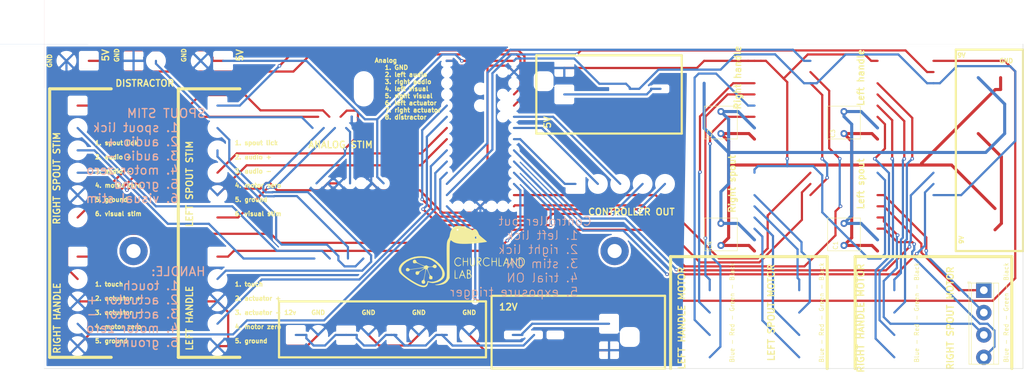
<source format=kicad_pcb>
(kicad_pcb (version 20240108) (generator "pcbnew") (generator_version "8.0")
  (layers (0 "F.Cu" signal) (31 "B.Cu" signal) (34 "B.Paste" user) (35 "F.Paste" user) (36 "B.SilkS" user "B.Silkscreen") (37 "F.SilkS" user "F.Silkscreen") (38 "B.Mask" user) (39 "F.Mask" user) (44 "Edge.Cuts" user))
  (net 0 "")
  (net 1 "+12V")
  (net 2 "GND")
  (net 3 "+5V")
  (net 4 "GND1")
  (net 5 "+9V")
  (net 6 "Net-(J2-Pad8)")
  (net 7 "Net-(HandleL-ToMotor1-Pad4)")
  (net 8 "Net-(HandleL-ToMotor1-Pad3)")
  (net 9 "Net-(HandleL-ToMotor1-Pad2)")
  (net 10 "Net-(HandleL-ToMotor1-Pad1)")
  (net 11 "Net-(HandleR-ToMotor1-Pad4)")
  (net 12 "Net-(HandleR-ToMotor1-Pad3)")
  (net 13 "Net-(HandleR-ToMotor1-Pad2)")
  (net 14 "Net-(HandleR-ToMotor1-Pad1)")
  (net 15 "Net-(J2-Pad6)")
  (net 16 "Net-(J2-Pad2)")
  (net 17 "Net-(J2-Pad7)")
  (net 18 "Net-(J2-Pad4)")
  (net 19 "Net-(J2-Pad5)")
  (net 20 "Net-(J2-Pad3)")
  (net 21 "Net-(MC-LeverL1-Pad16)")
  (net 22 "Net-(MC-LeverL1-Pad15)")
  (net 23 "Net-(MC-LeverR1-Pad16)")
  (net 24 "Net-(MC-LeverR1-Pad15)")
  (net 25 "Net-(MC-SpoutL1-Pad16)")
  (net 26 "Net-(MC-SpoutL1-Pad15)")
  (net 27 "Net-(MC-SpoutL1-Pad6)")
  (net 28 "Net-(MC-SpoutL1-Pad5)")
  (net 29 "Net-(MC-SpoutL1-Pad4)")
  (net 30 "Net-(MC-SpoutL1-Pad3)")
  (net 31 "Net-(MC-SpoutR1-Pad16)")
  (net 32 "Net-(MC-SpoutR1-Pad15)")
  (net 33 "Net-(MC-SpoutR1-Pad6)")
  (net 34 "Net-(MC-SpoutR1-Pad5)")
  (net 35 "Net-(MC-SpoutR1-Pad4)")
  (net 36 "Net-(MC-SpoutR1-Pad3)")
  (net 37 "Net-(SoundVisionL1-Pad4)")
  (net 38 "Net-(SoundVisionL1-Pad3)")
  (net 39 "Net-(SoundVisionL1-Pad2)")
  (net 40 "Net-(SoundVisionL1-Pad1)")
  (net 41 "Net-(SoundVisionR1-Pad4)")
  (net 42 "Net-(SoundVisionR1-Pad3)")
  (net 43 "Net-(SoundVisionR1-Pad2)")
  (net 44 "Net-(SoundVisionR1-Pad1)")
  (net 45 "Net-(U1-Pad5)")
  (net 46 "Net-(U1-Pad6)")
  (net 47 "Net-(U1-Pad28)")
  (net 48 "Net-(U1-Pad27)")
  (net 49 "Net-(U1-Pad26)")
  (net 50 "Net-(ToHandleL1-Pad4)")
  (net 51 "Net-(ToHandleL1-Pad1)")
  (net 52 "Net-(ToHandleR1-Pad4)")
  (net 53 "Net-(ToHandleR1-Pad1)")
  (net 54 "Net-(12V1-Pad1)")
  (net 55 "Net-(5V1-Pad1)")
  (net 56 "Net-(9V1-Pad1)")
  (footprint "MountingHole:MountingHole_3.2mm_M3_Pad" (layer "F.Cu") (at 129.5409 46.99)
    (property "Reference" "mount2" (hide yes))
    (property "Value" "MountingHole_3.2mm_M3_Pad")
  )
  (footprint "Capacitor_THT:C_Rect_L7.2mm_W7.2mm_P5.00mm_FKS2_FKP2_MKS2_MKP2" (layer "F.Cu") (at 181.6109 45.72 90)
    (property "Reference" "C1")
    (property "Value" "100 uF")
  )
  (footprint "Capacitor_THT:C_Rect_L7.2mm_W7.2mm_P5.00mm_FKS2_FKP2_MKS2_MKP2" (layer "F.Cu") (at 153.6709 20.32 90)
    (property "Reference" "C2")
    (property "Value" "100 uF")
  )
  (footprint "Capacitor_THT:C_Rect_L7.2mm_W7.2mm_P5.00mm_FKS2_FKP2_MKS2_MKP2" (layer "F.Cu") (at 181.6109 20.32 90)
    (property "Reference" "C3")
    (property "Value" "100 uF")
  )
  (footprint "Capacitor_THT:C_Rect_L7.2mm_W7.2mm_P5.00mm_FKS2_FKP2_MKS2_MKP2" (layer "F.Cu") (at 153.6709 45.72 90)
    (property "Reference" "C4")
    (property "Value" "100 uF")
  )
  (footprint "teensy:TerminalBlock_TE_282825-4_1x04_P5.08mm_Horizontal" (layer "F.Cu") (at 213.3609 55.88 -90)
    (property "Reference" "SpoutR-ToMotor1" (hide yes))
    (property "Value" "Screw_Terminal_01x04")
  )
  (footprint "teensy:churchland_lab_logo" (layer "F.Cu") (at 95.2509 48.26)
    (property "Reference" "G***" (hide yes))
    (property "Value" "LOGO" (hide yes))
  )
  (footprint "MountingHole:MountingHole_3.2mm_M3_Pad" (layer "F.Cu") (at 20.3209 46.99)
    (property "Reference" "mount1" (hide yes))
    (property "Value" "MountingHole_3.2mm_M3_Pad")
  )
  (gr_line (start 15.2409 71.12) (end 1.2709 71.12) (stroke (width 0.7)) (layer "F.SilkS"))
  (gr_line (start 1.2709 10.16) (end 15.2409 10.16) (stroke (width 0.7)) (layer "F.SilkS"))
  (gr_line (start 1.2709 71.12) (end 1.2709 10.16) (stroke (width 0.7)) (layer "F.SilkS"))
  (gr_line (start 142.2409 73.66) (end 142.2409 48.26) (stroke (width 0.7)) (layer "F.SilkS"))
  (gr_line (start 177.8009 48.26) (end 142.2409 48.26) (stroke (width 0.7)) (layer "F.SilkS"))
  (gr_line (start 177.8009 48.26) (end 177.8009 73.66) (stroke (width 0.7)) (layer "F.SilkS"))
  (gr_line (start 44.4509 71.12) (end 30.4809 71.12) (stroke (width 0.7)) (layer "F.SilkS"))
  (gr_line (start 53.3409 71.12) (end 53.3409 58.42) (stroke (width 0.5)) (layer "F.SilkS"))
  (gr_line (start 101.6009 73.66) (end 101.6009 57.15) (stroke (width 0.5)) (layer "F.SilkS"))
  (gr_line (start 111.7609 2.54) (end 111.7609 20.32) (stroke (width 0.5)) (layer "F.SilkS"))
  (gr_line (start 222.2509 1.27) (end 207.0109 1.27) (stroke (width 0.5)) (layer "F.SilkS"))
  (gr_line (start 101.6009 57.15) (end 140.9709 57.15) (stroke (width 0.5)) (layer "F.SilkS"))
  (gr_line (start 140.9709 73.66) (end 101.6009 73.66) (stroke (width 0.5)) (layer "F.SilkS"))
  (gr_line (start 219.7109 48.26) (end 184.1509 48.26) (stroke (width 0.7)) (layer "F.SilkS"))
  (gr_line (start 222.2509 46.99) (end 222.2509 1.27) (stroke (width 0.5)) (layer "F.SilkS"))
  (gr_line (start 144.7809 2.54) (end 111.7609 2.54) (stroke (width 0.5)) (layer "F.SilkS"))
  (gr_line (start 207.0109 1.27) (end 207.0109 46.99) (stroke (width 0.5)) (layer "F.SilkS"))
  (gr_line (start 100.3309 58.42) (end 100.3309 71.12) (stroke (width 0.5)) (layer "F.SilkS"))
  (gr_line (start 30.4809 10.16) (end 44.4509 10.16) (stroke (width 0.7)) (layer "F.SilkS"))
  (gr_line (start 53.3409 58.42) (end 100.3309 58.42) (stroke (width 0.5)) (layer "F.SilkS"))
  (gr_line (start 219.7109 48.26) (end 219.7109 73.66) (stroke (width 0.7)) (layer "F.SilkS"))
  (gr_line (start 144.7809 20.32) (end 144.7809 2.54) (stroke (width 0.5)) (layer "F.SilkS"))
  (gr_line (start 207.0109 46.99) (end 222.2509 46.99) (stroke (width 0.5)) (layer "F.SilkS"))
  (gr_line (start 111.7609 20.32) (end 144.7809 20.32) (stroke (width 0.5)) (layer "F.SilkS"))
  (gr_line (start 30.4809 71.12) (end 30.4809 10.16) (stroke (width 0.7)) (layer "F.SilkS"))
  (gr_line (start 184.1509 73.66) (end 184.1509 48.26) (stroke (width 0.7)) (layer "F.SilkS"))
  (gr_line (start 140.9709 57.15) (end 140.9709 73.66) (stroke (width 0.5)) (layer "F.SilkS"))
  (gr_line (start 100.3309 71.12) (end 53.3409 71.12) (stroke (width 0.5)) (layer "F.SilkS"))
  (gr_line (start 222.2509 0) (end 222.2509 73.66) (stroke (width 0.1)) (layer "Edge.Cuts"))
  (gr_line (start 0.0009 0) (end 222.2509 0) (stroke (width 0.01)) (layer "Edge.Cuts"))
  (gr_line (start 0.0009 73.66) (end 0.0009 0) (stroke (width 0.01)) (layer "Edge.Cuts"))
  (gr_line (start 222.2509 73.66) (end 0.0009 73.66) (stroke (width 0.1)) (layer "Edge.Cuts"))
  (gr_text "HANDLE:\n    1. touch\n    2. actuator +\n    3. actuator -\n    4. motor zero\n    5. ground" (at 36.8309 59.69 0) (layer "B.SilkS") (effects (font (size 2 2) (thickness 0.3)) (justify left mirror)))
  (gr_text "Controller out\n  1. left lick\n  2. right lick\n  3. stim ON\n  4. trial ON\n  5. exposure trigger" (at 124.4609 48.26 0) (layer "B.SilkS") (effects (font (size 2 2) (thickness 0.2)) (justify left mirror)))
  (gr_text "SPOUT STIM\n    1. spout lick\n    2. audio +\n    3. audio - \n    4. motor zero\n    5. ground\n    6. visual stim" (at 36.8309 25.4 0) (layer "B.SilkS") (effects (font (size 2 2) (thickness 0.3)) (justify left mirror)))
  (gr_text "CONTROLLER OUT" (at 133.3509 38.1 0) (layer "F.SilkS") (effects (font (size 1.5 1.5) (thickness 0.3))))
  (gr_text "Blue - Red - Green - Black" (at 218.4409 60.96 90) (layer "F.SilkS") (effects (font (size 1 1))))
  (gr_text "Blue - Red - Green - Black" (at 156.2109 60.96 90) (layer "F.SilkS") (effects (font (size 1 1))))
  (gr_text "Blue - Red - Green - Black" (at 176.5309 60.96 90) (layer "F.SilkS") (effects (font (size 1 1))))
  (gr_text "1. spout lick\n\n2. audio +\n\n3. audio - \n\n4. motor zero\n\n5. ground\n\n6. visual stim" (at 11.4309 30.48 0) (layer "F.SilkS") (effects (font (size 1 1) (thickness 0.25)) (justify left)))
  (gr_text "1. spout lick\n\n2. audio +\n\n3. audio - \n\n4. motor zero\n\n5. ground\n\n6. visual stim" (at 43.1809 30.48 0) (layer "F.SilkS") (effects (font (size 1 1) (thickness 0.25)) (justify left)))
  (gr_text "RIGHT SPOUT STIM" (at 2.87618 30.48 90) (layer "F.SilkS") (effects (font (size 1.5 1.5) (thickness 0.3))))
  (gr_text "1. touch\n\n2. actuator +\n\n3. actuator -\n\n4. motor zero\n\n5. ground" (at 43.1809 60.96 0) (layer "F.SilkS") (effects (font (size 1 1) (thickness 0.25)) (justify left)))
  (gr_text "1. touch\n\n2. actuator +\n\n3. actuator -\n\n4. motor zero\n\n5. ground" (at 11.4309 60.96 0) (layer "F.SilkS") (effects (font (size 1 1) (thickness 0.25)) (justify left)))
  (gr_text "5V" (at 114.3009 17.78 90) (layer "F.SilkS") (effects (font (size 1.5 1.5) (thickness 0.3))))
  (gr_text "5V" (at 44.4509 2.54 90) (layer "F.SilkS") (effects (font (size 1.5 1.5) (thickness 0.3))))
  (gr_text "GND" (at 96.5209 60.96 0) (layer "F.SilkS") (effects (font (size 1 1) (thickness 0.25))))
  (gr_text "9V" (at 208.2809 2.54 0) (layer "F.SilkS") (effects (font (size 1 1) (thickness 0.25))))
  (gr_text "GND" (at 218.4409 3.81 0) (layer "F.SilkS") (effects (font (size 1 1) (thickness 0.25))))
  (gr_text "9V" (at 208.2809 44.45 90) (layer "F.SilkS") (effects (font (size 1 1) (thickness 0.25))))
  (gr_text "GND" (at 62.2309 60.96 0) (layer "F.SilkS") (effects (font (size 1 1) (thickness 0.25))))
  (gr_text "RIGHT SPOUT MOTOR" (at 205.7409 62.23 90) (layer "F.SilkS") (effects (font (size 1.5 1.5) (thickness 0.3))))
  (gr_text "LEFT SPOUT STIM" (at 33.0209 31.75 90) (layer "F.SilkS") (effects (font (size 1.5 1.5) (thickness 0.3))))
  (gr_text "Right spout" (at 156.2109 31.75 90) (layer "F.SilkS") (effects (font (size 1.5 1.5) (thickness 0.3))))
  (gr_text "Left spout" (at 185.4209 31.75 90) (layer "F.SilkS") (effects (font (size 1.5 1.5) (thickness 0.3))))
  (gr_text "LEFT SPOUT MOTOR" (at 165.1009 60.96 90) (layer "F.SilkS") (effects (font (size 1.5 1.5) (thickness 0.3))))
  (gr_text "GND" (at 73.6609 60.96 0) (layer "F.SilkS") (effects (font (size 1 1) (thickness 0.25))))
  (gr_text "12V" (at 105.4109 59.69 0) (layer "F.SilkS") (effects (font (size 1.5 1.5) (thickness 0.3))))
  (gr_text "Analog\n   1. GND\n   2. left audio\n   3. right audio\n   4. left visual\n   5. right visual\n   6. left actuator\n   7. right actuator\n   8. distractor\n" (at 74.9309 10.16 0) (layer "F.SilkS") (effects (font (size 1 1) (thickness 0.25)) (justify left)))
  (gr_text "DISTRACTOR" (at 22.8609 8.89 0) (layer "F.SilkS") (effects (font (size 1.5 1.5) (thickness 0.3))))
  (gr_text "Right handle" (at 157.4809 7.62 90) (layer "F.SilkS") (effects (font (size 1.5 1.5) (thickness 0.3))))
  (gr_text "Left handle" (at 185.4209 7.62 90) (layer "F.SilkS") (effects (font (size 1.5 1.5) (thickness 0.3))))
  (gr_text "ANALOG STIM" (at 67.3109 22.86 0) (layer "F.SilkS") (effects (font (size 1.5 1.5) (thickness 0.3))))
  (gr_text "GND" (at 1.2709 3.81 90) (layer "F.SilkS") (effects (font (size 1 1) (thickness 0.25))))
  (gr_text "GND" (at 85.0909 60.96 0) (layer "F.SilkS") (effects (font (size 1 1) (thickness 0.25))))
  (gr_text "Blue - Red - Green - Black" (at 198.1209 60.96 90) (layer "F.SilkS") (effects (font (size 1 1))))
  (gr_text "5V" (at 13.9709 2.54 90) (layer "F.SilkS") (effects (font (size 1.5 1.5) (thickness 0.3))))
  (gr_text "LEFT HANDLE" (at 33.0209 62.23 90) (layer "F.SilkS") (effects (font (size 1.5 1.5) (thickness 0.3))))
  (gr_text "GND" (at 31.7509 2.54 90) (layer "F.SilkS") (effects (font (size 1 1) (thickness 0.25))))
  (gr_text "RIGHT HANDLE" (at 2.95746 62.23 90) (layer "F.SilkS") (effects (font (size 1.5 1.5) (thickness 0.3))))
  (gr_text "RIGHT HANDLE MOTOR" (at 185.4209 62.23 90) (layer "F.SilkS") (effects (font (size 1.5 1.5) (thickness 0.3))))
  (gr_text "12v" (at 55.8809 60.96 0) (layer "F.SilkS") (effects (font (size 1 1) (thickness 0.25))))
  (gr_text "LEFT HANDLE MOTOR\n" (at 144.7809 62.23 90) (layer "F.SilkS") (effects (font (size 1.5 1.5) (thickness 0.3))))
  (gr_text "GND" (at 16.5109 2.54 90) (layer "F.SilkS") (effects (font (size 1 1) (thickness 0.25))))
  (segment (start 0 -10) (end 0 10) (width 0.01) (layer "F.Cu") (net 0))
  (segment (start -10 0) (end 10 0) (width 0.01) (layer "B.Cu") (net 0))
  (segment (start 78.8108 66.04) (end 77.6106 66.04) (width 0.5) (layer "B.Cu") (net 1))
  (segment (start 90.3415 66.04) (end 92.7534 68.4519) (width 0.5) (layer "B.Cu") (net 1))
  (segment (start 78.8108 66.04) (end 78.9115 66.04) (width 0.5) (layer "B.Cu") (net 1))
  (segment (start 81.8615 68.4403) (end 86.6403 68.4403) (width 0.5) (layer "B.Cu") (net 1))
  (segment (start 91.4409 66.04) (end 90.3415 66.04) (width 0.5) (layer "B.Cu") (net 1))
  (segment (start 59.5512 66.7902) (end 59.5512 66.04) (width 0.5) (layer "B.Cu") (net 1))
  (segment (start 108.839 68.4519) (end 111.2509 66.04) (width 0.5) (layer "B.Cu") (net 1))
  (segment (start 69.742 66.04) (end 68.5809 66.04) (width 0.5) (layer "B.Cu") (net 1))
  (segment (start 79.4612 66.04) (end 81.8615 68.4403) (width 0.5) (layer "B.Cu") (net 1))
  (segment (start 72.6314 68.4403) (end 75.2103 68.4403) (width 0.5) (layer "B.Cu") (net 1))
  (segment (start 63.7803 68.4403) (end 61.2013 68.4403) (width 0.5) (layer "B.Cu") (net 1))
  (segment (start 68.5809 66.04) (end 66.1806 66.04) (width 0.5) (layer "B.Cu") (net 1))
  (segment (start 75.2103 68.4403) (end 77.6106 66.04) (width 0.5) (layer "B.Cu") (net 1))
  (segment (start 86.6403 68.4403) (end 89.0406 66.04) (width 0.5) (layer "B.Cu") (net 1))
  (segment (start 61.2013 68.4403) (end 59.5512 66.7902) (width 0.5) (layer "B.Cu") (net 1))
  (segment (start 80.0109 66.04) (end 79.4612 66.04) (width 0.5) (layer "B.Cu") (net 1))
  (segment (start 70.9812 66.04) (end 70.9812 66.7901) (width 0.5) (layer "B.Cu") (net 1))
  (segment (start 57.1509 66.04) (end 59.5512 66.04) (width 0.5) (layer "B.Cu") (net 1))
  (segment (start 90.2408 66.04) (end 89.0406 66.04) (width 0.5) (layer "B.Cu") (net 1))
  (segment (start 66.1806 66.04) (end 63.7803 68.4403) (width 0.5) (layer "B.Cu") (net 1))
  (segment (start 70.9812 66.7901) (end 72.6314 68.4403) (width 0.5) (layer "B.Cu") (net 1))
  (segment (start 69.742 66.04) (end 70.9812 66.04) (width 0.5) (layer "B.Cu") (net 1))
  (segment (start 90.2408 66.04) (end 90.3415 66.04) (width 0.5) (layer "B.Cu") (net 1))
  (segment (start 79.4612 66.04) (end 78.9115 66.04) (width 0.5) (layer "B.Cu") (net 1))
  (segment (start 92.7534 68.4519) (end 108.839 68.4519) (width 0.5) (layer "B.Cu") (net 1))
  (segment (start 189.2309 3.81) (end 187.7806 3.81) (width 0.5) (layer "F.Cu") (net 2))
  (segment (start 50.3976 31.546) (end 49.121 32.8226) (width 0.5) (layer "F.Cu") (net 2))
  (segment (start 163.893 3.81) (end 167.9133 7.8302) (width 0.5) (layer "F.Cu") (net 2))
  (segment (start 39.3709 58.42) (end 10.0825 58.42) (width 0.5) (layer "F.Cu") (net 2))
  (segment (start 118.1109 5.43) (end 148.2409 5.43) (width 0.5) (layer "F.Cu") (net 2))
  (segment (start 76.1462 33.2193) (end 85.3457 33.2193) (width 0.5) (layer "F.Cu") (net 2))
  (segment (start 90.411 38.2846) (end 97.6063 38.2846) (width 0.5) (layer "F.Cu") (net 2))
  (segment (start 96.5209 66.04) (end 99.9809 69.5) (width 0.5) (layer "F.Cu") (net 2))
  (segment (start 85.3457 33.2193) (end 90.411 38.2846) (width 0.5) (layer "F.Cu") (net 2))
  (segment (start 162.7412 3.81) (end 163.893 3.81) (width 0.5) (layer "F.Cu") (net 2))
  (segment (start 41.8018 68.5006) (end 41.8018 60.8509) (width 0.5) (layer "F.Cu") (net 2))
  (segment (start 49.121 32.8226) (end 49.121 32.8227) (width 0.5) (layer "F.Cu") (net 2))
  (segment (start 10.0825 66.1184) (end 7.6209 68.58) (width 0.5) (layer "F.Cu") (net 2))
  (segment (start 85.0909 66.04) (end 82.6905 68.4404) (width 0.5) (layer "F.Cu") (net 2))
  (segment (start 41.8018 68.5006) (end 59.7703 68.5006) (width 0.5) (layer "F.Cu") (net 2))
  (segment (start 173.3838 2.3597) (end 167.9133 7.8302) (width 0.5) (layer "F.Cu") (net 2))
  (segment (start 74.5499 31.623) (end 76.1462 33.2193) (width 0.5) (layer "F.Cu") (net 2))
  (segment (start 106.6809 6.35) (end 105.2305 4.8996) (width 0.5) (layer "F.Cu") (net 2))
  (segment (start 59.7703 68.5006) (end 62.2309 66.04) (width 0.5) (layer "F.Cu") (net 2))
  (segment (start 161.2909 3.81) (end 159.8406 3.81) (width 0.5) (layer "F.Cu") (net 2))
  (segment (start 62.8276 33.1853) (end 52.907 33.1853) (width 0.5) (layer "F.Cu") (net 2))
  (segment (start 149.8609 3.81) (end 159.8406 3.81) (width 0.5) (layer "F.Cu") (net 2))
  (segment (start 161.2909 3.81) (end 162.7412 3.81) (width 0.5) (layer "F.Cu") (net 2))
  (segment (start 167.9133 7.8302) (end 168.7279 8.6449) (width 0.5) (layer "F.Cu") (net 2))
  (segment (start 93.9808 4.8996) (end 92.8912 3.81) (width 0.5) (layer "F.Cu") (net 2))
  (segment (start 40.8382 32.8227) (end 39.3709 34.29) (width 0.5) (layer "F.Cu") (net 2))
  (segment (start 39.3709 68.58) (end 41.7224 68.58) (width 0.5) (layer "F.Cu") (net 2))
  (segment (start 49.121 32.8227) (end 40.8382 32.8227) (width 0.5) (layer "F.Cu") (net 2))
  (segment (start 105.2305 4.8996) (end 100.6801 4.8996) (width 0.5) (layer "F.Cu") (net 2))
  (segment (start 51.2677 31.546) (end 50.3976 31.546) (width 0.5) (layer "F.Cu") (net 2))
  (segment (start 99.0609 36.83) (end 100.6801 35.2108) (width 0.5) (layer "F.Cu") (net 2))
  (segment (start 66.9299 31.623) (end 64.3899 31.623) (width 0.5) (layer "F.Cu") (net 2))
  (segment (start 99.9809 69.5) (end 128.2709 69.5) (width 0.5) (layer "F.Cu") (net 2))
  (segment (start 10.0825 58.42) (end 10.0825 66.1184) (width 0.5) (layer "F.Cu") (net 2))
  (segment (start 91.4409 3.81) (end 92.8912 3.81) (width 0.5) (layer "F.Cu") (net 2))
  (segment (start 41.8018 60.8509) (end 39.3709 58.42) (width 0.5) (layer "F.Cu") (net 2))
  (segment (start 100.6801 4.8996) (end 93.9808 4.8996) (width 0.5) (layer "F.Cu") (net 2))
  (segment (start 52.907 33.1853) (end 51.2677 31.546) (width 0.5) (layer "F.Cu") (net 2))
  (segment (start 82.6905 68.4404) (end 76.0613 68.4404) (width 0.5) (layer "F.Cu") (net 2))
  (segment (start 100.6801 35.2108) (end 100.6801 4.8996) (width 0.5) (layer "F.Cu") (net 2))
  (segment (start 187.7806 3.81) (end 186.3303 2.3597) (width 0.5) (layer "F.Cu") (net 2))
  (segment (start 148.2409 5.43) (end 149.8609 3.81) (width 0.5) (layer "F.Cu") (net 2))
  (segment (start 186.3303 2.3597) (end 173.3838 2.3597) (width 0.5) (layer "F.Cu") (net 2))
  (segment (start 168.7279 8.6449) (end 168.7279 26.035) (width 0.5) (layer "F.Cu") (net 2))
  (segment (start 10.0825 58.42) (end 7.6209 58.42) (width 0.5) (layer "F.Cu") (net 2))
  (segment (start 64.3899 31.623) (end 62.8276 33.1853) (width 0.5) (layer "F.Cu") (net 2))
  (segment (start 41.7224 68.58) (end 41.8018 68.5006) (width 0.5) (layer "F.Cu") (net 2))
  (segment (start 97.6063 38.2846) (end 99.0609 36.83) (width 0.5) (layer "F.Cu") (net 2))
  (segment (start 76.0613 68.4404) (end 73.6609 66.04) (width 0.5) (layer "F.Cu") (net 2))
  (via (at 168.7279 26.035) (size 0.8) (drill 0.4) (layers "F.Cu" "B.Cu") (net 2))
  (segment (start 5.2129 56.012) (end 7.6209 58.42) (width 0.5) (layer "B.Cu") (net 2))
  (segment (start 68.4695 33.1626) (end 72.7295 33.1626) (width 0.5) (layer "B.Cu") (net 2))
  (segment (start 69.8509 16.51) (end 69.8509 17.9103) (width 0.5) (layer "B.Cu") (net 2))
  (segment (start 190.9295 47.6344) (end 189.8692 48.6947) (width 0.5) (layer "B.Cu") (net 2))
  (segment (start 74.2691 31.623) (end 74.5499 31.623) (width 0.5) (layer "B.Cu") (net 2))
  (segment (start 174.606 27.7131) (end 168.7279 27.7131) (width 0.5) (layer "B.Cu") (net 2))
  (segment (start 176.6781 38.2017) (end 176.6781 29.7852) (width 0.5) (layer "B.Cu") (net 2))
  (segment (start 71.2605 63.6396) (end 64.6313 63.6396) (width 0.5) (layer "B.Cu") (net 2))
  (segment (start 85.0909 66.04) (end 87.4913 63.6396) (width 0.5) (layer "B.Cu") (net 2))
  (segment (start 64.6313 63.6396) (end 62.2309 66.04) (width 0.5) (layer "B.Cu") (net 2))
  (segment (start 106.6809 6.35) (end 107.6009 5.43) (width 0.5) (layer "B.Cu") (net 2))
  (segment (start 20.3209 3.81) (end 22.7212 3.81) (width 0.5) (layer "B.Cu") (net 2))
  (segment (start 69.8509 17.9103) (end 74.2691 22.3285) (width 0.5) (layer "B.Cu") (net 2))
  (segment (start 72.7295 33.1626) (end 74.2691 31.623) (width 0.5) (layer "B.Cu") (net 2))
  (segment (start 99.0609 36.83) (end 99.0609 58.6992) (width 0.5) (layer "B.Cu") (net 2))
  (segment (start 7.6209 34.29) (end 5.2129 36.698) (width 0.5) (layer "B.Cu") (net 2))
  (segment (start 33.1605 1.4096) (end 35.5609 3.81) (width 0.5) (layer "B.Cu") (net 2))
  (segment (start 94.1205 63.6396) (end 96.5209 66.04) (width 0.5) (layer "B.Cu") (net 2))
  (segment (start 74.2691 22.3285) (end 74.2691 31.623) (width 0.5) (layer "B.Cu") (net 2))
  (segment (start 73.6609 66.04) (end 71.2605 63.6396) (width 0.5) (layer "B.Cu") (net 2))
  (segment (start 168.7279 26.035) (end 168.7279 27.7131) (width 0.5) (layer "B.Cu") (net 2))
  (segment (start 5.0809 6.2706) (end 4.2931 7.0584) (width 0.5) (layer "B.Cu") (net 2))
  (segment (start 22.7212 3.0599) (end 24.3715 1.4096) (width 0.5) (layer "B.Cu") (net 2))
  (segment (start 15.46 6.2706) (end 17.9206 3.81) (width 0.5) (layer "B.Cu") (net 2))
  (segment (start 99.0609 58.6992) (end 94.1205 63.6396) (width 0.5) (layer "B.Cu") (net 2))
  (segment (start 4.2931 30.9622) (end 7.6209 34.29) (width 0.5) (layer "B.Cu") (net 2))
  (segment (start 24.3715 1.4096) (end 33.1605 1.4096) (width 0.5) (layer "B.Cu") (net 2))
  (segment (start 161.2909 29.21) (end 161.2909 28.4848) (width 0.5) (layer "B.Cu") (net 2))
  (segment (start 20.3209 3.81) (end 17.9206 3.81) (width 0.5) (layer "B.Cu") (net 2))
  (segment (start 189.8692 48.6947) (end 187.1711 48.6947) (width 0.5) (layer "B.Cu") (net 2))
  (segment (start 4.2931 7.0584) (end 4.2931 30.9622) (width 0.5) (layer "B.Cu") (net 2))
  (segment (start 107.6009 5.43) (end 118.1109 5.43) (width 0.5) (layer "B.Cu") (net 2))
  (segment (start 22.7212 3.81) (end 22.7212 3.0599) (width 0.5) (layer "B.Cu") (net 2))
  (segment (start 87.4913 63.6396) (end 94.1205 63.6396) (width 0.5) (layer "B.Cu") (net 2))
  (segment (start 187.1711 48.6947) (end 176.6781 38.2017) (width 0.5) (layer "B.Cu") (net 2))
  (segment (start 168.7279 27.7131) (end 162.0626 27.7131) (width 0.5) (layer "B.Cu") (net 2))
  (segment (start 162.0626 27.7131) (end 161.2909 28.4848) (width 0.5) (layer "B.Cu") (net 2))
  (segment (start 176.6781 29.7852) (end 174.606 27.7131) (width 0.5) (layer "B.Cu") (net 2))
  (segment (start 5.0809 3.81) (end 5.0809 6.2706) (width 0.5) (layer "B.Cu") (net 2))
  (segment (start 189.2309 29.21) (end 190.9295 30.9086) (width 0.5) (layer "B.Cu") (net 2))
  (segment (start 190.9295 30.9086) (end 190.9295 47.6344) (width 0.5) (layer "B.Cu") (net 2))
  (segment (start 66.9299 31.623) (end 68.4695 33.1626) (width 0.5) (layer "B.Cu") (net 2))
  (segment (start 5.2129 36.698) (end 5.2129 56.012) (width 0.5) (layer "B.Cu") (net 2))
  (segment (start 5.0809 6.2706) (end 15.46 6.2706) (width 0.5) (layer "B.Cu") (net 2))
  (segment (start 38.2406 3.0599) (end 36.5904 1.4097) (width 0.5) (layer "F.Cu") (net 3))
  (segment (start 177.7935 30.3401) (end 177.7935 30.4874) (width 0.5) (layer "F.Cu") (net 3))
  (segment (start 38.2406 3.81) (end 38.2406 3.0599) (width 0.5) (layer "F.Cu") (net 3))
  (segment (start 173.9909 8.89) (end 176.6727 11.5718) (width 0.5) (layer "F.Cu") (net 3))
  (segment (start 10.1609 3.81) (end 12.5612 3.81) (width 0.5) (layer "F.Cu") (net 3))
  (segment (start 40.6409 3.81) (end 38.2406 3.81) (width 0.5) (layer "F.Cu") (net 3))
  (segment (start 176.6727 11.5718) (end 176.6727 26.035) (width 0.5) (layer "F.Cu") (net 3))
  (segment (start 94.846 3.81) (end 106.6809 3.81) (width 0.5) (layer "F.Cu") (net 3))
  (segment (start 36.5904 1.4097) (end 14.9615 1.4097) (width 0.5) (layer "F.Cu") (net 3))
  (segment (start 14.9615 1.4097) (end 12.5612 3.81) (width 0.5) (layer "F.Cu") (net 3))
  (segment (start 177.7935 30.4874) (end 173.9909 34.29) (width 0.5) (layer "F.Cu") (net 3))
  (via (at 94.846 3.81) (size 0.8) (drill 0.4) (layers "F.Cu" "B.Cu") (net 3))
  (via (at 177.7935 30.3401) (size 0.8) (drill 0.4) (layers "F.Cu" "B.Cu") (net 3))
  (via (at 176.6727 26.035) (size 0.8) (drill 0.4) (layers "F.Cu" "B.Cu") (net 3))
  (segment (start 90.3514 2.3596) (end 93.3956 2.3596) (width 0.5) (layer "B.Cu") (net 3))
  (segment (start 201.9309 8.89) (end 203.3812 8.89) (width 0.5) (layer "B.Cu") (net 3))
  (segment (start 106.6809 3.81) (end 107.2141 3.2768) (width 0.5) (layer "B.Cu") (net 3))
  (segment (start 139.4893 5.8016) (end 153.5959 5.8016) (width 0.5) (layer "B.Cu") (net 3))
  (segment (start 132.9806 9.8723) (end 132.9806 10.16) (width 0.5) (layer "B.Cu") (net 3))
  (segment (start 193.9502 2.3596) (end 200.4806 8.89) (width 0.5) (layer "B.Cu") (net 3))
  (segment (start 173.9909 8.89) (end 172.5406 8.89) (width 0.5) (layer "B.Cu") (net 3))
  (segment (start 173.9909 8.89) (end 175.4412 8.89) (width 0.5) (layer "B.Cu") (net 3))
  (segment (start 220.5042 6.1917) (end 219.3191 5.0066) (width 0.5) (layer "B.Cu") (net 3))
  (segment (start 201.9309 8.89) (end 200.4806 8.89) (width 0.5) (layer "B.Cu") (net 3))
  (segment (start 40.6409 3.81) (end 43.0412 3.81) (width 0.5) (layer "B.Cu") (net 3))
  (segment (start 132.118 9.0097) (end 132.9806 9.8723) (width 0.5) (layer "B.Cu") (net 3))
  (segment (start 153.5959 5.8016) (end 157.0625 2.335) (width 0.5) (layer "B.Cu") (net 3))
  (segment (start 77.0899 31.623) (end 75.639 30.1721) (width 0.5) (layer "B.Cu") (net 3))
  (segment (start 181.9716 2.3596) (end 193.9502 2.3596) (width 0.5) (layer "B.Cu") (net 3))
  (segment (start 93.3956 2.3596) (end 94.846 3.81) (width 0.5) (layer "B.Cu") (net 3))
  (segment (start 208.2203 34.29) (end 220.5042 22.0061) (width 0.5) (layer "B.Cu") (net 3))
  (segment (start 135.1309 10.16) (end 132.9806 10.16) (width 0.5) (layer "B.Cu") (net 3))
  (segment (start 219.3191 5.0066) (end 207.2646 5.0066) (width 0.5) (layer "B.Cu") (net 3))
  (segment (start 107.2141 3.2768) (end 120.3427 3.2768) (width 0.5) (layer "B.Cu") (net 3))
  (segment (start 72.8399 17.072) (end 59.5779 3.81) (width 0.5) (layer "B.Cu") (net 3))
  (segment (start 135.1309 10.16) (end 139.4893 5.8016) (width 0.5) (layer "B.Cu") (net 3))
  (segment (start 177.7935 27.1558) (end 177.7935 30.3401) (width 0.5) (layer "B.Cu") (net 3))
  (segment (start 157.0625 2.335) (end 165.9856 2.335) (width 0.5) (layer "B.Cu") (net 3))
  (segment (start 201.9309 34.29) (end 208.2203 34.29) (width 0.5) (layer "B.Cu") (net 3))
  (segment (start 207.2646 5.0066) (end 203.3812 8.89) (width 0.5) (layer "B.Cu") (net 3))
  (segment (start 75.639 17.072) (end 90.3514 2.3596) (width 0.5) (layer "B.Cu") (net 3))
  (segment (start 59.5779 3.81) (end 43.0412 3.81) (width 0.5) (layer "B.Cu") (net 3))
  (segment (start 176.6727 26.035) (end 177.7935 27.1558) (width 0.5) (layer "B.Cu") (net 3))
  (segment (start 220.5042 22.0061) (end 220.5042 6.1917) (width 0.5) (layer "B.Cu") (net 3))
  (segment (start 175.4412 8.89) (end 181.9716 2.3596) (width 0.5) (layer "B.Cu") (net 3))
  (segment (start 120.3427 3.2768) (end 126.0756 9.0097) (width 0.5) (layer "B.Cu") (net 3))
  (segment (start 75.639 30.1721) (end 75.639 17.072) (width 0.5) (layer "B.Cu") (net 3))
  (segment (start 126.0756 9.0097) (end 132.118 9.0097) (width 0.5) (layer "B.Cu") (net 3))
  (segment (start 165.9856 2.335) (end 172.5406 8.89) (width 0.5) (layer "B.Cu") (net 3))
  (segment (start 75.639 17.072) (end 72.8399 17.072) (width 0.5) (layer "B.Cu") (net 3))
  (segment (start 153.6709 40.72) (end 157.5609 40.72) (width 0.7) (layer "B.Cu") (net 4))
  (segment (start 218.0909 13.62) (end 212.0909 7.62) (width 0.7) (layer "B.Cu") (net 4))
  (segment (start 183.3609 24.61) (end 183.3609 38.97) (width 0.7) (layer "B.Cu") (net 4))
  (segment (start 183.3609 18.2014) (end 183.3609 24.61) (width 0.7) (layer "B.Cu") (net 4))
  (segment (start 181.6109 15.32) (end 185.5009 15.32) (width 0.7) (layer "B.Cu") (net 4))
  (segment (start 155.4209 17.07) (end 153.6709 15.32) (width 0.7) (layer "B.Cu") (net 4))
  (segment (start 149.8609 8.89) (end 149.8609 19.1) (width 0.7) (layer "B.Cu") (net 4))
  (segment (start 213.8009 24.61) (end 183.3609 24.61) (width 0.7) (layer "B.Cu") (net 4))
  (segment (start 218.0909 20.32) (end 218.0909 13.62) (width 0.7) (layer "B.Cu") (net 4))
  (segment (start 185.5009 40.72) (end 189.2309 44.45) (width 0.7) (layer "B.Cu") (net 4))
  (segment (start 149.8609 19.1) (end 155.3709 24.61) (width 0.7) (layer "B.Cu") (net 4))
  (segment (start 157.5609 15.32) (end 161.2909 19.05) (width 0.7) (layer "B.Cu") (net 4))
  (segment (start 181.6109 40.72) (end 185.5009 40.72) (width 0.7) (layer "B.Cu") (net 4))
  (segment (start 157.5609 40.72) (end 161.2909 44.45) (width 0.7) (layer "B.Cu") (net 4))
  (segment (start 153.6709 33.52) (end 155.4209 31.77) (width 0.7) (layer "B.Cu") (net 4))
  (segment (start 155.3709 24.61) (end 155.4209 24.61) (width 0.7) (layer "B.Cu") (net 4))
  (segment (start 183.3609 24.61) (end 155.4209 24.61) (width 0.7) (layer "B.Cu") (net 4))
  (segment (start 218.0909 20.32) (end 213.8009 24.61) (width 0.7) (layer "B.Cu") (net 4))
  (segment (start 183.3609 38.97) (end 181.6109 40.72) (width 0.7) (layer "B.Cu") (net 4))
  (segment (start 155.4209 31.77) (end 155.4209 24.61) (width 0.7) (layer "B.Cu") (net 4))
  (segment (start 181.6109 16.4514) (end 183.3609 18.2014) (width 0.7) (layer "B.Cu") (net 4))
  (segment (start 153.6709 15.32) (end 157.5609 15.32) (width 0.7) (layer "B.Cu") (net 4))
  (segment (start 155.4209 24.61) (end 155.4209 17.07) (width 0.7) (layer "B.Cu") (net 4))
  (segment (start 181.6109 15.32) (end 181.6109 16.4514) (width 0.7) (layer "B.Cu") (net 4))
  (segment (start 153.6709 40.72) (end 153.6709 33.52) (width 0.7) (layer "B.Cu") (net 4))
  (segment (start 185.5009 15.32) (end 189.2309 19.05) (width 0.7) (layer "B.Cu") (net 4))
  (segment (start 160.0209 45.72) (end 161.2909 46.99) (width 0.7) (layer "F.Cu") (net 5))
  (segment (start 206.0209 27.46) (end 215.9009 37.34) (width 0.7) (layer "F.Cu") (net 5))
  (segment (start 155.4209 22.07) (end 155.4209 27.46) (width 0.7) (layer "F.Cu") (net 5))
  (segment (start 199.2337 27.46) (end 206.0209 27.46) (width 0.7) (layer "F.Cu") (net 5))
  (segment (start 155.4209 27.46) (end 183.3609 27.46) (width 0.7) (layer "F.Cu") (net 5))
  (segment (start 187.9609 45.72) (end 189.2309 46.99) (width 0.7) (layer "F.Cu") (net 5))
  (segment (start 187.9609 20.32) (end 189.2309 21.59) (width 0.7) (layer "F.Cu") (net 5))
  (segment (start 199.2337 27.0645) (end 215.9779 10.3203) (width 0.7) (layer "F.Cu") (net 5))
  (segment (start 155.4209 43.97) (end 153.6709 45.72) (width 0.7) (layer "F.Cu") (net 5))
  (segment (start 155.4209 27.46) (end 155.4209 43.97) (width 0.7) (layer "F.Cu") (net 5))
  (segment (start 181.6109 20.32) (end 187.9609 20.32) (width 0.7) (layer "F.Cu") (net 5))
  (segment (start 183.3609 27.46) (end 199.2337 27.46) (width 0.7) (layer "F.Cu") (net 5))
  (segment (start 183.3609 43.97) (end 183.3609 27.46) (width 0.7) (layer "F.Cu") (net 5))
  (segment (start 153.6709 20.32) (end 160.0209 20.32) (width 0.7) (layer "F.Cu") (net 5))
  (segment (start 181.6109 45.72) (end 183.3609 43.97) (width 0.7) (layer "F.Cu") (net 5))
  (segment (start 199.2337 27.46) (end 199.2337 27.0645) (width 0.7) (layer "F.Cu") (net 5))
  (segment (start 183.3609 22.07) (end 181.6109 20.32) (width 0.7) (layer "F.Cu") (net 5))
  (segment (start 183.3609 27.46) (end 183.3609 22.07) (width 0.7) (layer "F.Cu") (net 5))
  (segment (start 153.6709 20.32) (end 155.4209 22.07) (width 0.7) (layer "F.Cu") (net 5))
  (segment (start 217.1709 7.62) (end 217.1709 10.3203) (width 0.7) (layer "F.Cu") (net 5))
  (segment (start 153.6709 45.72) (end 160.0209 45.72) (width 0.7) (layer "F.Cu") (net 5))
  (segment (start 215.9779 10.3203) (end 217.1709 10.3203) (width 0.7) (layer "F.Cu") (net 5))
  (segment (start 181.6109 45.72) (end 187.9609 45.72) (width 0.7) (layer "F.Cu") (net 5))
  (segment (start 160.0209 20.32) (end 161.2909 21.59) (width 0.7) (layer "F.Cu") (net 5))
  (segment (start 25.4009 4.4557) (end 25.4009 3.81) (width 0.5) (layer "B.Cu") (net 6))
  (segment (start 37.5479 16.6027) (end 25.4009 4.4557) (width 0.5) (layer "B.Cu") (net 6))
  (segment (start 58.5136 16.6027) (end 37.5479 16.6027) (width 0.5) (layer "B.Cu") (net 6))
  (segment (start 60.9609 19.05) (end 58.5136 16.6027) (width 0.5) (layer "B.Cu") (net 6))
  (segment (start 151.196 20.4511) (end 151.196 22.6305) (width 0.5) (layer "F.Cu") (net 7))
  (segment (start 155.1371 16.51) (end 151.196 20.4511) (width 0.5) (layer "F.Cu") (net 7))
  (segment (start 151.196 22.6305) (end 151.1959 22.6305) (width 0.5) (layer "F.Cu") (net 7))
  (segment (start 159.8406 16.51) (end 155.1371 16.51) (width 0.5) (layer "F.Cu") (net 7))
  (segment (start 161.2909 16.51) (end 159.8406 16.51) (width 0.5) (layer "F.Cu") (net 7))
  (via (at 151.1959 22.6305) (size 0.8) (drill 0.4) (layers "F.Cu" "B.Cu") (net 7))
  (segment (start 153.5549 68.696) (end 153.5549 50.3346) (width 0.5) (layer "B.Cu") (net 7))
  (segment (start 151.1959 47.9756) (end 151.1959 22.6305) (width 0.5) (layer "B.Cu") (net 7))
  (segment (start 151.1309 71.12) (end 153.5549 68.696) (width 0.5) (layer "B.Cu") (net 7))
  (segment (start 153.5549 50.3346) (end 151.1959 47.9756) (width 0.5) (layer "B.Cu") (net 7))
  (segment (start 152.5726 6.702) (end 159.8406 13.97) (width 0.5) (layer "B.Cu") (net 8))
  (segment (start 148.6242 6.702) (end 152.5726 6.702) (width 0.5) (layer "B.Cu") (net 8))
  (segment (start 147.6976 7.6286) (end 148.6242 6.702) (width 0.5) (layer "B.Cu") (net 8))
  (segment (start 147.6976 62.6067) (end 147.6976 7.6286) (width 0.5) (layer "B.Cu") (net 8))
  (segment (start 161.2909 13.97) (end 159.8406 13.97) (width 0.5) (layer "B.Cu") (net 8))
  (segment (start 151.1309 66.04) (end 147.6976 62.6067) (width 0.5) (layer "B.Cu") (net 8))
  (segment (start 148.9216 16.4311) (end 156.4627 8.89) (width 0.5) (layer "F.Cu") (net 9))
  (segment (start 148.9216 29.0549) (end 148.9216 16.4311) (width 0.5) (layer "F.Cu") (net 9))
  (segment (start 156.4627 8.89) (end 161.2909 8.89) (width 0.5) (layer "F.Cu") (net 9))
  (via (at 148.9216 29.0549) (size 0.8) (drill 0.4) (layers "F.Cu" "B.Cu") (net 9))
  (segment (start 148.7258 58.5549) (end 148.7258 29.2507) (width 0.5) (layer "B.Cu") (net 9))
  (segment (start 151.1309 60.96) (end 148.7258 58.5549) (width 0.5) (layer "B.Cu") (net 9))
  (segment (start 148.7258 29.2507) (end 148.9216 29.0549) (width 0.5) (layer "B.Cu") (net 9))
  (segment (start 155.197 11.43) (end 161.2909 11.43) (width 0.5) (layer "F.Cu") (net 10))
  (segment (start 150.1456 44.0624) (end 150.1456 16.4814) (width 0.5) (layer "F.Cu") (net 10))
  (segment (start 150.1456 16.4814) (end 155.197 11.43) (width 0.5) (layer "F.Cu") (net 10))
  (via (at 150.1456 44.0624) (size 0.8) (drill 0.4) (layers "F.Cu" "B.Cu") (net 10))
  (segment (start 151.1309 53.4797) (end 150.1456 52.4944) (width 0.5) (layer "B.Cu") (net 10))
  (segment (start 150.1456 52.4944) (end 150.1456 44.0624) (width 0.5) (layer "B.Cu") (net 10))
  (segment (start 151.1309 55.88) (end 151.1309 53.4797) (width 0.5) (layer "B.Cu") (net 10))
  (segment (start 189.2309 16.51) (end 190.9134 18.1925) (width 0.5) (layer "F.Cu") (net 11))
  (segment (start 190.9134 23.7115) (end 188.5899 26.035) (width 0.5) (layer "F.Cu") (net 11))
  (segment (start 190.9134 18.1925) (end 190.9134 23.7115) (width 0.5) (layer "F.Cu") (net 11))
  (via (at 188.5899 26.035) (size 0.8) (drill 0.4) (layers "F.Cu" "B.Cu") (net 11))
  (segment (start 188.7935 51.3878) (end 188.7935 66.8726) (width 0.5) (layer "B.Cu") (net 11))
  (segment (start 188.7935 66.8726) (end 193.0409 71.12) (width 0.5) (layer "B.Cu") (net 11))
  (segment (start 191.8298 48.3515) (end 188.7935 51.3878) (width 0.5) (layer "B.Cu") (net 11))
  (segment (start 188.5899 26.035) (end 191.8298 29.2749) (width 0.5) (layer "B.Cu") (net 11))
  (segment (start 191.8298 29.2749) (end 191.8298 48.3515) (width 0.5) (layer "B.Cu") (net 11))
  (segment (start 192.5565 17.2956) (end 192.5565 26.035) (width 0.5) (layer "F.Cu") (net 12))
  (segment (start 189.2309 13.97) (end 192.5565 17.2956) (width 0.5) (layer "F.Cu") (net 12))
  (via (at 192.5565 26.035) (size 0.8) (drill 0.4) (layers "F.Cu" "B.Cu") (net 12))
  (segment (start 192.5565 26.035) (end 192.7301 26.2086) (width 0.5) (layer "B.Cu") (net 12))
  (segment (start 189.6938 62.6929) (end 193.0409 66.04) (width 0.5) (layer "B.Cu") (net 12))
  (segment (start 192.7301 48.7245) (end 189.6938 51.7608) (width 0.5) (layer "B.Cu") (net 12))
  (segment (start 189.6938 51.7608) (end 189.6938 62.6929) (width 0.5) (layer "B.Cu") (net 12))
  (segment (start 192.7301 26.2086) (end 192.7301 48.7245) (width 0.5) (layer "B.Cu") (net 12))
  (segment (start 197.11 26.035) (end 197.11 16.7691) (width 0.5) (layer "F.Cu") (net 13))
  (segment (start 197.11 16.7691) (end 189.2309 8.89) (width 0.5) (layer "F.Cu") (net 13))
  (via (at 197.11 26.035) (size 0.8) (drill 0.4) (layers "F.Cu" "B.Cu") (net 13))
  (segment (start 195.4702 46.5068) (end 195.4702 58.5307) (width 0.5) (layer "B.Cu") (net 13))
  (segment (start 195.8877 27.2573) (end 195.8877 44.3166) (width 0.5) (layer "B.Cu") (net 13))
  (segment (start 195.8877 44.3166) (end 195.4394 44.7649) (width 0.5) (layer "B.Cu") (net 13))
  (segment (start 195.4394 44.7649) (end 195.4394 46.476) (width 0.5) (layer "B.Cu") (net 13))
  (segment (start 195.4702 58.5307) (end 193.0409 60.96) (width 0.5) (layer "B.Cu") (net 13))
  (segment (start 195.4394 46.476) (end 195.4702 46.5068) (width 0.5) (layer "B.Cu") (net 13))
  (segment (start 197.11 26.035) (end 195.8877 27.2573) (width 0.5) (layer "B.Cu") (net 13))
  (segment (start 195.299 17.4981) (end 195.299 26.0611) (width 0.5) (layer "F.Cu") (net 14))
  (segment (start 189.2309 11.43) (end 195.299 17.4981) (width 0.5) (layer "F.Cu") (net 14))
  (via (at 195.299 26.0611) (size 0.8) (drill 0.4) (layers "F.Cu" "B.Cu") (net 14))
  (segment (start 194.9874 26.3727) (end 194.9874 43.9436) (width 0.5) (layer "B.Cu") (net 14))
  (segment (start 194.5391 51.9815) (end 193.0409 53.4797) (width 0.5) (layer "B.Cu") (net 14))
  (segment (start 193.0409 55.88) (end 193.0409 53.4797) (width 0.5) (layer "B.Cu") (net 14))
  (segment (start 194.9874 43.9436) (end 194.5391 44.3919) (width 0.5) (layer "B.Cu") (net 14))
  (segment (start 195.299 26.0611) (end 194.9874 26.3727) (width 0.5) (layer "B.Cu") (net 14))
  (segment (start 194.5391 44.3919) (end 194.5391 51.9815) (width 0.5) (layer "B.Cu") (net 14))
  (segment (start 59.8842 33.6029) (end 51.8883 33.6029) (width 0.5) (layer "B.Cu") (net 15))
  (segment (start 50.3976 31.546) (end 51.0049 31.546) (width 0.5) (layer "B.Cu") (net 15))
  (segment (start 50.3463 33.6566) (end 49.7718 33.0821) (width 0.5) (layer "B.Cu") (net 15))
  (segment (start 72.2269 51.4472) (end 74.2541 49.42) (width 0.5) (layer "B.Cu") (net 15))
  (segment (start 74.2541 47.9728) (end 59.8842 33.6029) (width 0.5) (layer "B.Cu") (net 15))
  (segment (start 39.3709 53.34) (end 41.2637 51.4472) (width 0.5) (layer "B.Cu") (net 15))
  (segment (start 41.2637 51.4472) (end 72.2269 51.4472) (width 0.5) (layer "B.Cu") (net 15))
  (segment (start 74.2541 49.42) (end 74.2541 47.9728) (width 0.5) (layer "B.Cu") (net 15))
  (segment (start 49.7718 32.1718) (end 50.3976 31.546) (width 0.5) (layer "B.Cu") (net 15))
  (segment (start 51.0049 31.546) (end 63.5009 19.05) (width 0.5) (layer "B.Cu") (net 15))
  (segment (start 49.7718 33.0821) (end 49.7718 32.1718) (width 0.5) (layer "B.Cu") (net 15))
  (segment (start 51.8346 33.6566) (end 50.3463 33.6566) (width 0.5) (layer "B.Cu") (net 15))
  (segment (start 51.8883 33.6029) (end 51.8346 33.6566) (width 0.5) (layer "B.Cu") (net 15))
  (segment (start 69.4699 19.939) (end 68.5809 19.05) (width 0.5) (layer "B.Cu") (net 16))
  (segment (start 69.4699 31.623) (end 69.4699 19.939) (width 0.5) (layer "B.Cu") (net 16))
  (segment (start 33.9851 16.51) (end 5.2205 45.2746) (width 0.5) (layer "F.Cu") (net 17))
  (segment (start 62.2309 16.51) (end 33.9851 16.51) (width 0.5) (layer "F.Cu") (net 17))
  (segment (start 5.2205 50.9396) (end 7.6209 53.34) (width 0.5) (layer "F.Cu") (net 17))
  (segment (start 5.2205 45.2746) (end 5.2205 50.9396) (width 0.5) (layer "F.Cu") (net 17))
  (segment (start 44.0589 39.37) (end 50.8326 32.5963) (width 0.5) (layer "F.Cu") (net 18))
  (segment (start 39.3709 39.37) (end 44.0589 39.37) (width 0.5) (layer "F.Cu") (net 18))
  (via (at 50.8326 32.5963) (size 0.8) (drill 0.4) (layers "F.Cu" "B.Cu") (net 18))
  (segment (start 66.0409 19.05) (end 52.4946 32.5963) (width 0.5) (layer "B.Cu") (net 18))
  (segment (start 52.4946 32.5963) (end 50.8326 32.5963) (width 0.5) (layer "B.Cu") (net 18))
  (segment (start 35.4213 11.5696) (end 7.6209 39.37) (width 0.5) (layer "F.Cu") (net 19))
  (segment (start 45.6511 11.5696) (end 35.4213 11.5696) (width 0.5) (layer "F.Cu") (net 19))
  (segment (start 49.1309 15.0494) (end 45.6511 11.5696) (width 0.5) (layer "F.Cu") (net 19))
  (segment (start 63.3103 15.0494) (end 49.1309 15.0494) (width 0.5) (layer "F.Cu") (net 19))
  (segment (start 64.7709 16.51) (end 63.3103 15.0494) (width 0.5) (layer "F.Cu") (net 19))
  (segment (start 68.3258 23.771) (end 71.2616 20.8352) (width 0.5) (layer "F.Cu") (net 20))
  (segment (start 68.7113 15.1096) (end 67.3109 16.51) (width 0.5) (layer "F.Cu") (net 20))
  (segment (start 71.2616 20.8352) (end 71.2616 15.4935) (width 0.5) (layer "F.Cu") (net 20))
  (segment (start 70.8777 15.1096) (end 68.7113 15.1096) (width 0.5) (layer "F.Cu") (net 20))
  (segment (start 71.2616 15.4935) (end 70.8777 15.1096) (width 0.5) (layer "F.Cu") (net 20))
  (via (at 68.3258 23.771) (size 0.8) (drill 0.4) (layers "F.Cu" "B.Cu") (net 20))
  (segment (start 68.3258 25.1471) (end 68.3258 23.771) (width 0.5) (layer "B.Cu") (net 20))
  (segment (start 61.8499 31.623) (end 68.3258 25.1471) (width 0.5) (layer "B.Cu") (net 20))
  (segment (start 100.6612 6.4999) (end 105.8694 1.2917) (width 0.5) (layer "B.Cu") (net 21))
  (segment (start 105.8694 1.2917) (end 170.0223 1.2917) (width 0.5) (layer "B.Cu") (net 21))
  (segment (start 170.0223 1.2917) (end 172.5406 3.81) (width 0.5) (layer "B.Cu") (net 21))
  (segment (start 91.4409 31.75) (end 100.6612 22.5297) (width 0.5) (layer "B.Cu") (net 21))
  (segment (start 173.9909 3.81) (end 172.5406 3.81) (width 0.5) (layer "B.Cu") (net 21))
  (segment (start 100.6612 22.5297) (end 100.6612 6.4999) (width 0.5) (layer "B.Cu") (net 21))
  (segment (start 172.6369 50.4727) (end 179.6819 43.4277) (width 0.5) (layer "F.Cu") (net 22))
  (segment (start 178.2512 10.6103) (end 173.9909 6.35) (width 0.5) (layer "F.Cu") (net 22))
  (segment (start 137.1709 42.1698) (end 145.4738 50.4727) (width 0.5) (layer "F.Cu") (net 22))
  (segment (start 180.6451 26.035) (end 178.2512 23.6411) (width 0.5) (layer "F.Cu") (net 22))
  (segment (start 179.6819 43.4277) (end 179.6819 37.9792) (width 0.5) (layer "F.Cu") (net 22))
  (segment (start 93.8686 42.1698) (end 137.1709 42.1698) (width 0.5) (layer "F.Cu") (net 22))
  (segment (start 178.2512 23.6411) (end 178.2512 10.6103) (width 0.5) (layer "F.Cu") (net 22))
  (segment (start 145.4738 50.4727) (end 172.6369 50.4727) (width 0.5) (layer "F.Cu") (net 22))
  (segment (start 179.6819 37.9792) (end 180.8314 36.8297) (width 0.5) (layer "F.Cu") (net 22))
  (via (at 93.8686 42.1698) (size 0.8) (drill 0.4) (layers "F.Cu" "B.Cu") (net 22))
  (via (at 180.8314 36.8297) (size 0.8) (drill 0.4) (layers "F.Cu" "B.Cu") (net 22))
  (via (at 180.6451 26.035) (size 0.8) (drill 0.4) (layers "F.Cu" "B.Cu") (net 22))
  (segment (start 180.8314 36.8297) (end 180.6451 36.6434) (width 0.5) (layer "B.Cu") (net 22))
  (segment (start 180.6451 36.6434) (end 180.6451 26.035) (width 0.5) (layer "B.Cu") (net 22))
  (segment (start 91.4409 29.21) (end 89.953 30.6979) (width 0.5) (layer "B.Cu") (net 22))
  (segment (start 89.953 38.2542) (end 93.8686 42.1698) (width 0.5) (layer "B.Cu") (net 22))
  (segment (start 89.953 30.6979) (end 89.953 38.2542) (width 0.5) (layer "B.Cu") (net 22))
  (segment (start 215.3811 58.2803) (end 97.8913 58.2803) (width 0.5) (layer "F.Cu") (net 23))
  (segment (start 218.0736 3.81) (end 220.4912 6.2276) (width 0.5) (layer "F.Cu") (net 23))
  (segment (start 220.4912 6.2276) (end 220.4912 53.1702) (width 0.5) (layer "F.Cu") (net 23))
  (segment (start 220.4912 53.1702) (end 215.3811 58.2803) (width 0.5) (layer "F.Cu") (net 23))
  (segment (start 201.9309 3.81) (end 218.0736 3.81) (width 0.5) (layer "F.Cu") (net 23))
  (via (at 97.8913 58.2803) (size 0.8) (drill 0.4) (layers "F.Cu" "B.Cu") (net 23))
  (segment (start 97.8913 43.2804) (end 97.8913 58.2803) (width 0.5) (layer "B.Cu") (net 23))
  (segment (start 91.4409 36.83) (end 97.8913 43.2804) (width 0.5) (layer "B.Cu") (net 23))
  (segment (start 195.5729 1.4423) (end 121.8804 1.4423) (width 0.5) (layer "F.Cu") (net 24))
  (segment (start 200.4806 6.35) (end 195.5729 1.4423) (width 0.5) (layer "F.Cu") (net 24))
  (segment (start 201.9309 6.35) (end 200.4806 6.35) (width 0.5) (layer "F.Cu") (net 24))
  (segment (start 121.8804 1.4423) (end 120.9724 2.3503) (width 0.5) (layer "F.Cu") (net 24))
  (via (at 120.9724 2.3503) (size 0.8) (drill 0.4) (layers "F.Cu" "B.Cu") (net 24))
  (segment (start 106.0841 2.3503) (end 101.7902 6.6442) (width 0.5) (layer "B.Cu") (net 24))
  (segment (start 120.9724 2.3503) (end 106.0841 2.3503) (width 0.5) (layer "B.Cu") (net 24))
  (segment (start 101.7902 23.9407) (end 91.4409 34.29) (width 0.5) (layer "B.Cu") (net 24))
  (segment (start 101.7902 6.6442) (end 101.7902 23.9407) (width 0.5) (layer "B.Cu") (net 24))
  (segment (start 153.2177 48.6542) (end 138.8535 34.29) (width 0.5) (layer "F.Cu") (net 25))
  (segment (start 164.2875 46.3858) (end 162.0191 48.6542) (width 0.5) (layer "F.Cu") (net 25))
  (segment (start 138.8535 34.29) (end 106.6809 34.29) (width 0.5) (layer "F.Cu") (net 25))
  (segment (start 162.0191 48.6542) (end 153.2177 48.6542) (width 0.5) (layer "F.Cu") (net 25))
  (segment (start 164.2875 38.9134) (end 164.2875 46.3858) (width 0.5) (layer "F.Cu") (net 25))
  (segment (start 173.9909 29.21) (end 164.2875 38.9134) (width 0.5) (layer "F.Cu") (net 25))
  (segment (start 135.9481 36.6161) (end 106.8948 36.6161) (width 0.5) (layer "F.Cu") (net 26))
  (segment (start 162.3935 49.5723) (end 148.9043 49.5723) (width 0.5) (layer "F.Cu") (net 26))
  (segment (start 172.0621 33.6788) (end 172.0621 39.9037) (width 0.5) (layer "F.Cu") (net 26))
  (segment (start 148.9043 49.5723) (end 135.9481 36.6161) (width 0.5) (layer "F.Cu") (net 26))
  (segment (start 172.0621 39.9037) (end 162.3935 49.5723) (width 0.5) (layer "F.Cu") (net 26))
  (segment (start 106.8948 36.6161) (end 106.6809 36.83) (width 0.5) (layer "F.Cu") (net 26))
  (segment (start 173.9909 31.75) (end 172.0621 33.6788) (width 0.5) (layer "F.Cu") (net 26))
  (segment (start 163.0877 43.7068) (end 161.2909 41.91) (width 0.5) (layer "B.Cu") (net 27))
  (segment (start 163.0877 62.7568) (end 163.0877 43.7068) (width 0.5) (layer "B.Cu") (net 27))
  (segment (start 171.4509 71.12) (end 163.0877 62.7568) (width 0.5) (layer "B.Cu") (net 27))
  (segment (start 165.4931 43.5722) (end 161.2909 39.37) (width 0.5) (layer "B.Cu") (net 28))
  (segment (start 171.4509 66.04) (end 165.4931 60.0822) (width 0.5) (layer "B.Cu") (net 28))
  (segment (start 165.4931 60.0822) (end 165.4931 43.5722) (width 0.5) (layer "B.Cu") (net 28))
  (segment (start 171.4509 55.88) (end 171.4509 53.4797) (width 0.5) (layer "B.Cu") (net 29))
  (segment (start 171.0737 53.1025) (end 171.0737 46.6128) (width 0.5) (layer "B.Cu") (net 29))
  (segment (start 171.0737 46.6128) (end 161.2909 36.83) (width 0.5) (layer "B.Cu") (net 29))
  (segment (start 171.4509 53.4797) (end 171.0737 53.1025) (width 0.5) (layer "B.Cu") (net 29))
  (segment (start 171.974 44.9731) (end 171.974 47.14) (width 0.5) (layer "B.Cu") (net 30))
  (segment (start 173.8513 58.5596) (end 171.4509 60.96) (width 0.5) (layer "B.Cu") (net 30))
  (segment (start 173.8513 49.0173) (end 173.8513 58.5596) (width 0.5) (layer "B.Cu") (net 30))
  (segment (start 171.974 47.14) (end 173.8513 49.0173) (width 0.5) (layer "B.Cu") (net 30))
  (segment (start 161.2909 34.29) (end 171.974 44.9731) (width 0.5) (layer "B.Cu") (net 30))
  (segment (start 143.7172 51.373) (end 191.1577 51.373) (width 0.5) (layer "F.Cu") (net 31))
  (segment (start 143.5409 51.1967) (end 143.7172 51.373) (width 0.5) (layer "F.Cu") (net 31))
  (segment (start 191.1577 51.373) (end 196.4897 46.041) (width 0.5) (layer "F.Cu") (net 31))
  (via (at 143.5409 51.1967) (size 0.8) (drill 0.4) (layers "F.Cu" "B.Cu") (net 31))
  (via (at 196.4897 46.041) (size 0.8) (drill 0.4) (layers "F.Cu" "B.Cu") (net 31))
  (segment (start 196.4897 45.0007) (end 196.4897 46.041) (width 0.5) (layer "B.Cu") (net 31))
  (segment (start 131.9612 39.617) (end 143.5409 51.1967) (width 0.5) (layer "B.Cu") (net 31))
  (segment (start 122.1679 39.617) (end 131.9612 39.617) (width 0.5) (layer "B.Cu") (net 31))
  (segment (start 106.6809 24.13) (end 122.1679 39.617) (width 0.5) (layer "B.Cu") (net 31))
  (segment (start 201.9309 29.21) (end 196.788 34.3529) (width 0.5) (layer "B.Cu") (net 31))
  (segment (start 196.788 34.3529) (end 196.788 44.7024) (width 0.5) (layer "B.Cu") (net 31))
  (segment (start 196.788 44.7024) (end 196.4897 45.0007) (width 0.5) (layer "B.Cu") (net 31))
  (segment (start 141.4469 52.2733) (end 193.4542 52.2733) (width 0.5) (layer "F.Cu") (net 32))
  (segment (start 193.4542 52.2733) (end 198.1384 47.5891) (width 0.5) (layer "F.Cu") (net 32))
  (via (at 198.1384 47.5891) (size 0.8) (drill 0.4) (layers "F.Cu" "B.Cu") (net 32))
  (via (at 141.4469 52.2733) (size 0.8) (drill 0.4) (layers "F.Cu" "B.Cu") (net 32))
  (segment (start 131.5181 42.3445) (end 141.4469 52.2733) (width 0.5) (layer "B.Cu") (net 32))
  (segment (start 106.6809 26.67) (end 122.3554 42.3445) (width 0.5) (layer "B.Cu") (net 32))
  (segment (start 200.0021 45.7254) (end 200.0021 33.6788) (width 0.5) (layer "B.Cu") (net 32))
  (segment (start 122.3554 42.3445) (end 131.5181 42.3445) (width 0.5) (layer "B.Cu") (net 32))
  (segment (start 200.0021 33.6788) (end 201.9309 31.75) (width 0.5) (layer "B.Cu") (net 32))
  (segment (start 198.1384 47.5891) (end 200.0021 45.7254) (width 0.5) (layer "B.Cu") (net 32))
  (segment (start 189.2309 41.91) (end 190.6812 41.91) (width 0.5) (layer "F.Cu") (net 33))
  (segment (start 193.7311 44.9599) (end 197.1062 44.9599) (width 0.5) (layer "F.Cu") (net 33))
  (segment (start 190.6812 41.91) (end 193.7311 44.9599) (width 0.5) (layer "F.Cu") (net 33))
  (segment (start 197.1062 44.9599) (end 197.561 45.4147) (width 0.5) (layer "F.Cu") (net 33))
  (via (at 197.561 45.4147) (size 0.8) (drill 0.4) (layers "F.Cu" "B.Cu") (net 33))
  (segment (start 197.561 46.6812) (end 197.0881 47.1541) (width 0.5) (layer "B.Cu") (net 33))
  (segment (start 197.0881 48.1366) (end 212.4515 63.5) (width 0.5) (layer "B.Cu") (net 33))
  (segment (start 214.2218 63.5) (end 215.7775 65.0557) (width 0.5) (layer "B.Cu") (net 33))
  (segment (start 215.7775 68.7034) (end 213.3609 71.12) (width 0.5) (layer "B.Cu") (net 33))
  (segment (start 197.0881 47.1541) (end 197.0881 48.1366) (width 0.5) (layer "B.Cu") (net 33))
  (segment (start 197.561 45.4147) (end 197.561 46.6812) (width 0.5) (layer "B.Cu") (net 33))
  (segment (start 215.7775 65.0557) (end 215.7775 68.7034) (width 0.5) (layer "B.Cu") (net 33))
  (segment (start 212.4515 63.5) (end 214.2218 63.5) (width 0.5) (layer "B.Cu") (net 33))
  (segment (start 189.2309 39.37) (end 190.6812 39.37) (width 0.5) (layer "F.Cu") (net 34))
  (segment (start 190.6812 40.2832) (end 190.6812 39.37) (width 0.5) (layer "F.Cu") (net 34))
  (segment (start 193.786 43.388) (end 190.6812 40.2832) (width 0.5) (layer "F.Cu") (net 34))
  (via (at 193.786 43.388) (size 0.8) (drill 0.4) (layers "F.Cu" "B.Cu") (net 34))
  (segment (start 193.6305 43.5435) (end 193.786 43.388) (width 0.5) (layer "B.Cu") (net 34))
  (segment (start 190.6405 53.7974) (end 193.6305 50.8074) (width 0.5) (layer "B.Cu") (net 34))
  (segment (start 190.6405 61.9708) (end 190.6405 53.7974) (width 0.5) (layer "B.Cu") (net 34))
  (segment (start 213.3609 66.04) (end 210.8209 63.5) (width 0.5) (layer "B.Cu") (net 34))
  (segment (start 210.8209 63.5) (end 192.1697 63.5) (width 0.5) (layer "B.Cu") (net 34))
  (segment (start 192.1697 63.5) (end 190.6405 61.9708) (width 0.5) (layer "B.Cu") (net 34))
  (segment (start 193.6305 50.8074) (end 193.6305 43.5435) (width 0.5) (layer "B.Cu") (net 34))
  (segment (start 189.2309 36.83) (end 190.6812 36.83) (width 0.5) (layer "F.Cu") (net 35))
  (segment (start 207.7157 55.88) (end 199.1887 47.353) (width 0.5) (layer "F.Cu") (net 35))
  (segment (start 199.1887 45.3375) (end 190.6812 36.83) (width 0.5) (layer "F.Cu") (net 35))
  (segment (start 210.9606 55.88) (end 207.7157 55.88) (width 0.5) (layer "F.Cu") (net 35))
  (segment (start 199.1887 47.353) (end 199.1887 45.3375) (width 0.5) (layer "F.Cu") (net 35))
  (segment (start 213.3609 55.88) (end 210.9606 55.88) (width 0.5) (layer "F.Cu") (net 35))
  (segment (start 189.2309 34.29) (end 190.6812 34.29) (width 0.5) (layer "F.Cu") (net 36))
  (segment (start 200.2966 46.9466) (end 200.2966 43.9054) (width 0.5) (layer "F.Cu") (net 36))
  (segment (start 200.2966 43.9054) (end 190.6812 34.29) (width 0.5) (layer "F.Cu") (net 36))
  (via (at 200.2966 46.9466) (size 0.8) (drill 0.4) (layers "F.Cu" "B.Cu") (net 36))
  (segment (start 200.2966 47.8957) (end 200.2966 46.9466) (width 0.5) (layer "B.Cu") (net 36))
  (segment (start 213.3609 60.96) (end 200.2966 47.8957) (width 0.5) (layer "B.Cu") (net 36))
  (segment (start 85.6696 24.8213) (end 91.4409 19.05) (width 0.5) (layer "F.Cu") (net 37))
  (segment (start 43.7596 24.8213) (end 85.6696 24.8213) (width 0.5) (layer "F.Cu") (net 37))
  (segment (start 39.3709 29.21) (end 43.7596 24.8213) (width 0.5) (layer "F.Cu") (net 37))
  (segment (start 68.2252 50.4674) (end 66.8263 49.0685) (width 0.5) (layer "B.Cu") (net 38))
  (segment (start 52.6905 38.8716) (end 39.3709 25.552) (width 0.5) (layer "B.Cu") (net 38))
  (segment (start 66.8263 49.0685) (end 66.8263 48.1413) (width 0.5) (layer "B.Cu") (net 38))
  (segment (start 72.4891 48.6918) (end 70.7135 50.4674) (width 0.5) (layer "B.Cu") (net 38))
  (segment (start 39.3709 25.552) (end 39.3709 24.13) (width 0.5) (layer "B.Cu") (net 38))
  (segment (start 64.2111 45.5261) (end 53.9383 45.5261) (width 0.5) (layer "B.Cu") (net 38))
  (segment (start 70.7135 50.4674) (end 68.2252 50.4674) (width 0.5) (layer "B.Cu") (net 38))
  (segment (start 53.9383 45.5261) (end 52.6905 44.2783) (width 0.5) (layer "B.Cu") (net 38))
  (segment (start 52.6905 44.2783) (end 52.6905 38.8716) (width 0.5) (layer "B.Cu") (net 38))
  (segment (start 66.8263 48.1413) (end 64.2111 45.5261) (width 0.5) (layer "B.Cu") (net 38))
  (segment (start 68.9891 46.0877) (end 57.4047 34.5033) (width 0.5) (layer "B.Cu") (net 39))
  (segment (start 68.9891 48.6918) (end 68.9891 46.0877) (width 0.5) (layer "B.Cu") (net 39))
  (segment (start 52.2075 34.557) (end 49.9124 34.557) (width 0.5) (layer "B.Cu") (net 39))
  (segment (start 52.2612 34.5033) (end 52.2075 34.557) (width 0.5) (layer "B.Cu") (net 39))
  (segment (start 49.9124 34.557) (end 42.0505 26.6951) (width 0.5) (layer "B.Cu") (net 39))
  (segment (start 42.0505 26.6951) (end 42.0505 21.7296) (width 0.5) (layer "B.Cu") (net 39))
  (segment (start 57.4047 34.5033) (end 52.2612 34.5033) (width 0.5) (layer "B.Cu") (net 39))
  (segment (start 42.0505 21.7296) (end 39.3709 19.05) (width 0.5) (layer "B.Cu") (net 39))
  (segment (start 109.0766 11.5743) (end 109.0766 2.8027) (width 0.5) (layer "F.Cu") (net 40))
  (segment (start 56.9561 1.4384) (end 53.4453 4.9492) (width 0.5) (layer "F.Cu") (net 40))
  (segment (start 107.7123 1.4384) (end 56.9561 1.4384) (width 0.5) (layer "F.Cu") (net 40))
  (segment (start 106.6809 13.97) (end 109.0766 11.5743) (width 0.5) (layer "F.Cu") (net 40))
  (segment (start 109.0766 2.8027) (end 107.7123 1.4384) (width 0.5) (layer "F.Cu") (net 40))
  (via (at 53.4453 4.9492) (size 0.8) (drill 0.4) (layers "F.Cu" "B.Cu") (net 40))
  (segment (start 44.4245 13.97) (end 53.4453 4.9492) (width 0.5) (layer "B.Cu") (net 40))
  (segment (start 39.3709 13.97) (end 44.4245 13.97) (width 0.5) (layer "B.Cu") (net 40))
  (segment (start 85.5078 27.5231) (end 91.4409 21.59) (width 0.5) (layer "F.Cu") (net 41))
  (segment (start 45.9982 27.5231) (end 85.5078 27.5231) (width 0.5) (layer "F.Cu") (net 41))
  (segment (start 18.811 33.1694) (end 20.2304 31.75) (width 0.5) (layer "F.Cu") (net 41))
  (segment (start 20.2304 31.75) (end 41.7713 31.75) (width 0.5) (layer "F.Cu") (net 41))
  (segment (start 41.7713 31.75) (end 45.9982 27.5231) (width 0.5) (layer "F.Cu") (net 41))
  (via (at 18.811 33.1694) (size 0.8) (drill 0.4) (layers "F.Cu" "B.Cu") (net 41))
  (segment (start 7.6209 29.21) (end 14.8516 29.21) (width 0.5) (layer "B.Cu") (net 41))
  (segment (start 14.8516 29.21) (end 18.811 33.1694) (width 0.5) (layer "B.Cu") (net 41))
  (segment (start 45.2981 48.6918) (end 37.4156 40.8093) (width 0.5) (layer "B.Cu") (net 42))
  (segment (start 28.1069 40.8093) (end 11.4276 24.13) (width 0.5) (layer "B.Cu") (net 42))
  (segment (start 61.3691 48.6918) (end 45.2981 48.6918) (width 0.5) (layer "B.Cu") (net 42))
  (segment (start 37.4156 40.8093) (end 28.1069 40.8093) (width 0.5) (layer "B.Cu") (net 42))
  (segment (start 11.4276 24.13) (end 7.6209 24.13) (width 0.5) (layer "B.Cu") (net 42))
  (segment (start 63.1266 46.9493) (end 52.8404 46.9493) (width 0.5) (layer "B.Cu") (net 43))
  (segment (start 52.8404 46.9493) (end 42.7211 36.83) (width 0.5) (layer "B.Cu") (net 43))
  (segment (start 64.8691 48.6918) (end 63.1266 46.9493) (width 0.5) (layer "B.Cu") (net 43))
  (segment (start 42.7211 36.83) (end 25.4009 36.83) (width 0.5) (layer "B.Cu") (net 43))
  (segment (start 25.4009 36.83) (end 7.6209 19.05) (width 0.5) (layer "B.Cu") (net 43))
  (segment (start 7.6209 13.97) (end 10.0212 13.97) (width 0.5) (layer "F.Cu") (net 44))
  (segment (start 108.1456 3.218) (end 107.2728 2.3452) (width 0.5) (layer "F.Cu") (net 44))
  (segment (start 56.6042 6.2399) (end 17.7513 6.2399) (width 0.5) (layer "F.Cu") (net 44))
  (segment (start 107.2728 2.3452) (end 60.4989 2.3452) (width 0.5) (layer "F.Cu") (net 44))
  (segment (start 60.4989 2.3452) (end 56.6042 6.2399) (width 0.5) (layer "F.Cu") (net 44))
  (segment (start 108.1456 9.9653) (end 108.1456 3.218) (width 0.5) (layer "F.Cu") (net 44))
  (segment (start 17.7513 6.2399) (end 10.0212 13.97) (width 0.5) (layer "F.Cu") (net 44))
  (segment (start 106.6809 11.43) (end 108.1456 9.9653) (width 0.5) (layer "F.Cu") (net 44))
  (segment (start 89.7824 39.1892) (end 110.7994 39.1892) (width 0.5) (layer "F.Cu") (net 45))
  (segment (start 112.4722 37.5164) (end 134.8707 37.5164) (width 0.5) (layer "F.Cu") (net 45))
  (segment (start 110.7994 39.1892) (end 112.4722 37.5164) (width 0.5) (layer "F.Cu") (net 45))
  (segment (start 85.852 35.2588) (end 89.7824 39.1892) (width 0.5) (layer "F.Cu") (net 45))
  (segment (start 134.8707 37.5164) (end 135.0376 37.6833) (width 0.5) (layer "F.Cu") (net 45))
  (via (at 85.852 35.2588) (size 0.8) (drill 0.4) (layers "F.Cu" "B.Cu") (net 45))
  (via (at 135.0376 37.6833) (size 0.8) (drill 0.4) (layers "F.Cu" "B.Cu") (net 45))
  (segment (start 140.9709 31.75) (end 135.0376 37.6833) (width 0.5) (layer "B.Cu") (net 45))
  (segment (start 91.4409 13.97) (end 85.852 19.5589) (width 0.5) (layer "B.Cu") (net 45))
  (segment (start 85.852 19.5589) (end 85.852 35.2588) (width 0.5) (layer "B.Cu") (net 45))
  (segment (start 115.4064 38.5667) (end 113.8706 40.1025) (width 0.5) (layer "F.Cu") (net 46))
  (segment (start 113.8706 40.1025) (end 88.6792 40.1025) (width 0.5) (layer "F.Cu") (net 46))
  (segment (start 88.6792 40.1025) (end 86.0632 37.4865) (width 0.5) (layer "F.Cu") (net 46))
  (segment (start 129.0742 38.5667) (end 115.4064 38.5667) (width 0.5) (layer "F.Cu") (net 46))
  (via (at 86.0632 37.4865) (size 0.8) (drill 0.4) (layers "F.Cu" "B.Cu") (net 46))
  (via (at 129.0742 38.5667) (size 0.8) (drill 0.4) (layers "F.Cu" "B.Cu") (net 46))
  (segment (start 135.8909 31.75) (end 129.0742 38.5667) (width 0.5) (layer "B.Cu") (net 46))
  (segment (start 86.9119 36.6378) (end 86.0632 37.4865) (width 0.5) (layer "B.Cu") (net 46))
  (segment (start 86.9119 21.039) (end 86.9119 36.6378) (width 0.5) (layer "B.Cu") (net 46))
  (segment (start 91.4409 16.51) (end 86.9119 21.039) (width 0.5) (layer "B.Cu") (net 46))
  (segment (start 115.5709 16.51) (end 106.6809 16.51) (width 0.5) (layer "B.Cu") (net 47))
  (segment (start 130.8109 31.75) (end 115.5709 16.51) (width 0.5) (layer "B.Cu") (net 47))
  (segment (start 125.7309 31.75) (end 113.0309 19.05) (width 0.5) (layer "B.Cu") (net 48))
  (segment (start 113.0309 19.05) (end 106.6809 19.05) (width 0.5) (layer "B.Cu") (net 48))
  (segment (start 118.2506 31.75) (end 108.0906 21.59) (width 0.5) (layer "B.Cu") (net 49))
  (segment (start 120.6509 31.75) (end 118.2506 31.75) (width 0.5) (layer "B.Cu") (net 49))
  (segment (start 108.0906 21.59) (end 106.6809 21.59) (width 0.5) (layer "B.Cu") (net 49))
  (segment (start 49.4189 53.452) (end 71.5846 53.452) (width 0.5) (layer "B.Cu") (net 50))
  (segment (start 39.3709 63.5) (end 49.4189 53.452) (width 0.5) (layer "B.Cu") (net 50))
  (segment (start 71.5846 53.452) (end 87.8122 37.2244) (width 0.5) (layer "B.Cu") (net 50))
  (segment (start 87.8122 27.7587) (end 91.4409 24.13) (width 0.5) (layer "B.Cu") (net 50))
  (segment (start 87.8122 37.2244) (end 87.8122 27.7587) (width 0.5) (layer "B.Cu") (net 50))
  (segment (start 41.7712 48.26) (end 43.0819 46.9493) (width 0.5) (layer "F.Cu") (net 51))
  (segment (start 102.8247 46.9493) (end 105.1695 44.6045) (width 0.5) (layer "F.Cu") (net 51))
  (segment (start 39.3709 48.26) (end 41.7712 48.26) (width 0.5) (layer "F.Cu") (net 51))
  (segment (start 43.0819 46.9493) (end 102.8247 46.9493) (width 0.5) (layer "F.Cu") (net 51))
  (via (at 105.1695 44.6045) (size 0.8) (drill 0.4) (layers "F.Cu" "B.Cu") (net 51))
  (segment (start 105.1695 44.6045) (end 108.1335 41.6405) (width 0.5) (layer "B.Cu") (net 51))
  (segment (start 108.1335 41.6405) (end 108.1335 33.2026) (width 0.5) (layer "B.Cu") (net 51))
  (segment (start 108.1335 33.2026) (end 106.6809 31.75) (width 0.5) (layer "B.Cu") (net 51))
  (segment (start 88.8221 37.4918) (end 88.8221 29.2888) (width 0.5) (layer "B.Cu") (net 52))
  (segment (start 46.0781 62.7392) (end 63.5747 62.7392) (width 0.5) (layer "B.Cu") (net 52))
  (segment (start 63.5747 62.7392) (end 88.8221 37.4918) (width 0.5) (layer "B.Cu") (net 52))
  (segment (start 42.8992 65.9181) (end 46.0781 62.7392) (width 0.5) (layer "B.Cu") (net 52))
  (segment (start 10.039 65.9181) (end 42.8992 65.9181) (width 0.5) (layer "B.Cu") (net 52))
  (segment (start 7.6209 63.5) (end 10.039 65.9181) (width 0.5) (layer "B.Cu") (net 52))
  (segment (start 88.8221 29.2888) (end 91.4409 26.67) (width 0.5) (layer "B.Cu") (net 52))
  (segment (start 10.0212 48.26) (end 15.2044 43.0768) (width 0.5) (layer "F.Cu") (net 53))
  (segment (start 51.492 43.0768) (end 53.5441 45.1289) (width 0.5) (layer "F.Cu") (net 53))
  (segment (start 7.6209 48.26) (end 10.0212 48.26) (width 0.5) (layer "F.Cu") (net 53))
  (segment (start 15.2044 43.0768) (end 51.492 43.0768) (width 0.5) (layer "F.Cu") (net 53))
  (segment (start 91.9025 41.1194) (end 115.0174 41.1194) (width 0.5) (layer "F.Cu") (net 53))
  (segment (start 87.893 45.1289) (end 91.9025 41.1194) (width 0.5) (layer "F.Cu") (net 53))
  (segment (start 53.5441 45.1289) (end 87.893 45.1289) (width 0.5) (layer "F.Cu") (net 53))
  (via (at 115.0174 41.1194) (size 0.8) (drill 0.4) (layers "F.Cu" "B.Cu") (net 53))
  (segment (start 106.6809 29.21) (end 115.0174 37.5465) (width 0.5) (layer "B.Cu") (net 53))
  (segment (start 115.0174 37.5465) (end 115.0174 41.1194) (width 0.5) (layer "B.Cu") (net 53))
  (segment (start 110.8286 63.5) (end 108.5762 65.7524) (width 0.5) (layer "B.Cu") (net 54))
  (segment (start 108.5762 65.7524) (end 108.5762 66.04) (width 0.5) (layer "B.Cu") (net 54))
  (segment (start 106.4259 66.04) (end 108.5762 66.04) (width 0.5) (layer "B.Cu") (net 54))
  (segment (start 128.2709 63.5) (end 110.8286 63.5) (width 0.5) (layer "B.Cu") (net 54))
  (segment (start 137.8056 10.4476) (end 137.8056 10.16) (width 0.5) (layer "B.Cu") (net 55))
  (segment (start 136.8232 11.43) (end 137.8056 10.4476) (width 0.5) (layer "B.Cu") (net 55))
  (segment (start 118.1109 11.43) (end 136.8232 11.43) (width 0.5) (layer "B.Cu") (net 55))
  (segment (start 139.9559 10.16) (end 137.8056 10.16) (width 0.5) (layer "B.Cu") (net 55))
  (segment (start 217.3509 40.715) (end 215.9009 42.165) (width 0.7) (layer "F.Cu") (net 56))
  (segment (start 217.3509 25.58) (end 217.3509 40.715) (width 0.7) (layer "F.Cu") (net 56))
  (segment (start 212.0909 20.32) (end 217.3509 25.58) (width 0.7) (layer "F.Cu") (net 56))
  (zone (net 2) (net_name "GND") (layer "B.Cu") (connect_pads (clearance 0.508)) (min_thickness 0.254) (fill yes (thermal_gap 0.508) (thermal_bridge_width 0.508))
    (polygon (pts (xy 144.7809 73.66) (xy 0.0009 73.66) (xy 0.0009 0) (xy 146.0509 0)))
  )
)
</source>
